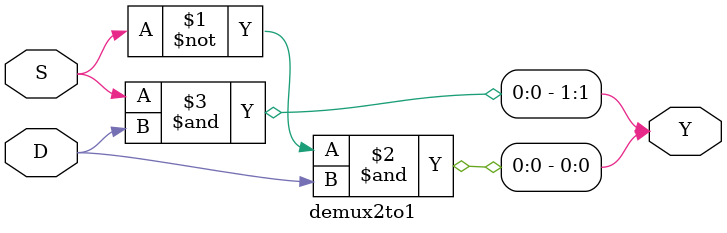
<source format=v>
module demux2to1(D,S,Y);
input D,S;
output [1:0]Y;

/*always @(D,S) begin
if(S==0) begin
	Y[0]=D;
	Y[1]=0;
	end
else
	Y = {D,1'b0};
end
*/
assign Y[0] = ~S&D;
assign Y[1] = S&D;

endmodule
</source>
